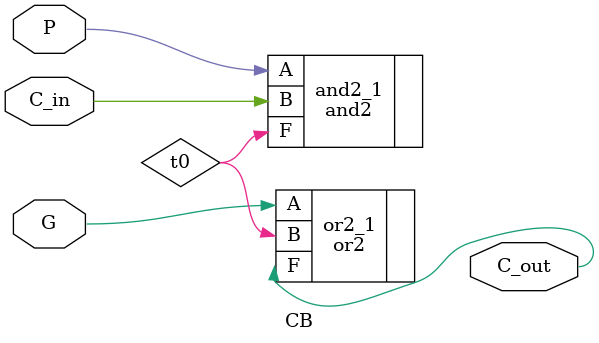
<source format=v>


`timescale 1ns / 1ps

module CB
(input G, P, C_in,
 output C_out);
 
 wire t0;

and2 and2_1(.A(P), .B(C_in), .F(t0));
or2 or2_1(.A(G), .B(t0), .F(C_out));

endmodule


</source>
